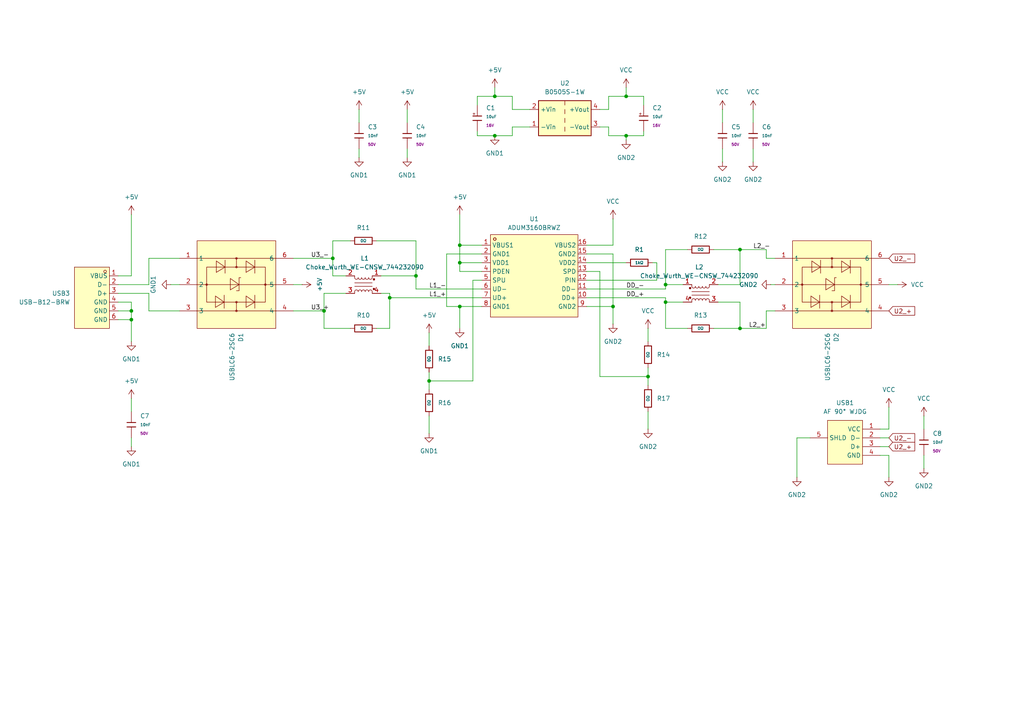
<source format=kicad_sch>
(kicad_sch (version 20250114) (generator "eeschema") (generator_version "9.0")
  (paper "A4")
  (lib_symbols
    (symbol "Converter_DCDC:TEA1-0505"
      (property "Reference" "U" (at -7.62 6.35 0))
      (property "Value" "TEA1-0505" (at -2.54 6.35 0))
      (symbol "TEA1-0505_0_0"
        (pin power_in line (at -10.16 2.54 0) (length 2.54) (name "+Vin") (number "2"))
        (pin power_in line (at -10.16 -2.54 0) (length 2.54) (name "-Vin") (number "1"))
        (pin power_out line (at 10.16 2.54 180) (length 2.54) (name "+Vout") (number "4"))
        (pin power_out line (at 10.16 -2.54 180) (length 2.54) (name "-Vout") (number "3"))
      )
    )
    (symbol "EasyEDA:ADUM3160BRWZ"
      (property "Reference" "U" (at 0 13.97 0))
      (property "Value" "ADUM3160BRWZ" (at 0 -13.97 0))
      (symbol "ADUM3160BRWZ_0_1"
        (pin unspecified line (at -15.24 8.89 0) (length 2.54) (name "VBUS1") (number "1"))
        (pin unspecified line (at -15.24 6.35 0) (length 2.54) (name "GND1") (number "2"))
        (pin unspecified line (at -15.24 3.81 0) (length 2.54) (name "VDD1") (number "3"))
        (pin unspecified line (at -15.24 1.27 0) (length 2.54) (name "PDEN") (number "4"))
        (pin unspecified line (at -15.24 -1.27 0) (length 2.54) (name "SPU") (number "5"))
        (pin unspecified line (at -15.24 -3.81 0) (length 2.54) (name "UD-") (number "6"))
        (pin unspecified line (at -15.24 -6.35 0) (length 2.54) (name "UD+") (number "7"))
        (pin unspecified line (at -15.24 -8.89 0) (length 2.54) (name "GND1") (number "8"))
        (pin unspecified line (at 15.24 8.89 180) (length 2.54) (name "VBUS2") (number "16"))
        (pin unspecified line (at 15.24 6.35 180) (length 2.54) (name "GND2") (number "15"))
        (pin unspecified line (at 15.24 3.81 180) (length 2.54) (name "VDD2") (number "14"))
        (pin unspecified line (at 15.24 1.27 180) (length 2.54) (name "SPD") (number "13"))
        (pin unspecified line (at 15.24 -1.27 180) (length 2.54) (name "PIN") (number "12"))
        (pin unspecified line (at 15.24 -3.81 180) (length 2.54) (name "DD-") (number "11"))
        (pin unspecified line (at 15.24 -6.35 180) (length 2.54) (name "DD+") (number "10"))
        (pin unspecified line (at 15.24 -8.89 180) (length 2.54) (name "GND2") (number "9"))
      )
    )
    (symbol "EasyEDA:AF90°WJDG"
      (property "Reference" "USB" (at 0 7.62 0))
      (property "Value" "AF 90° WJDG" (at 0 -10.16 0))
      (symbol "AF90°WJDG_0_1"
        (pin unspecified line (at -10.16 0 0) (length 5.08) (name "SHLD") (number "5"))
        (pin input line (at 10.16 2.54 180) (length 5.08) (name "VCC") (number "1"))
        (pin input line (at 10.16 0 180) (length 5.08) (name "D-") (number "2"))
        (pin input line (at 10.16 -2.54 180) (length 5.08) (name "D+") (number "3"))
        (pin input line (at 10.16 -5.08 180) (length 5.08) (name "GND") (number "4"))
      )
    )
    (symbol "EasyEDA:USB-B12-BRW"
      (property "Reference" "USB" (at 0 11.43 0))
      (property "Value" "USB-B12-BRW" (at 0 -11.43 0))
      (symbol "USB-B12-BRW_0_1"
        (pin unspecified line (at -7.62 6.35 0) (length 2.54) (name "VBUS") (number "1"))
        (pin unspecified line (at -7.62 3.81 0) (length 2.54) (name "D-") (number "2"))
        (pin unspecified line (at -7.62 1.27 0) (length 2.54) (name "D+") (number "3"))
        (pin unspecified line (at -7.62 -1.27 0) (length 2.54) (name "GND") (number "4"))
        (pin unspecified line (at -7.62 -3.81 0) (length 2.54) (name "GND") (number "5"))
        (pin unspecified line (at -7.62 -6.35 0) (length 2.54) (name "GND") (number "6"))
      )
    )
    (symbol "EasyEDA:USBLC6-2SC6"
      (property "Reference" "D" (at 0 12.7 0))
      (property "Value" "USBLC6-2SC6" (at 0 -12.7 0))
      (symbol "USBLC6-2SC6_0_1"
        (pin input line (at -16.51 7.62 0) (length 5.08) (name "1") (number "1"))
        (pin input line (at -16.51 0 0) (length 5.08) (name "2") (number "2"))
        (pin input line (at -16.51 -7.62 0) (length 5.08) (name "3") (number "3"))
        (pin input line (at 16.51 7.62 180) (length 5.08) (name "6") (number "6"))
        (pin input line (at 16.51 0 180) (length 5.08) (name "5") (number "5"))
        (pin input line (at 16.51 -7.62 180) (length 5.08) (name "4") (number "4"))
      )
    )
    (symbol "Filter:Choke_Wurth_WE-CNSW_744232090"
      (property "Reference" "L" (at 0 5.08 0))
      (property "Value" "Choke_Wurth_WE-CNSW_744232090" (at 0 -5.08 0))
      (symbol "Choke_Wurth_WE-CNSW_744232090_1_1"
        (pin passive line (at -5.08 2.54 0) (length 2.54) (name "") (number "1"))
        (pin passive line (at -5.08 -2.54 0) (length 2.54) (name "") (number "4"))
        (pin passive line (at 5.08 2.54 180) (length 2.54) (name "") (number "2"))
        (pin passive line (at 5.08 -2.54 180) (length 2.54) (name "") (number "3"))
      )
    )
    (symbol "PCM_JLCPCB-Capacitors:0402,10nF" (pin_numbers (hide yes)) (pin_names (offset 0))
      (property "Reference" "C" (at 2.032 1.668 0))
      (property "Value" "10nF" (at 2.032 -0.3782 0))
      (property "Voltage Rated" "50V" (at 2.032 -2.0462 0))
      (symbol "0402,10nF_1_1"
        (pin passive line (at 0 3.81 270) (length 3.175) (name "~") (number "1"))
        (pin passive line (at 0 -3.81 90) (length 3.175) (name "~") (number "2"))
      )
    )
    (symbol "PCM_JLCPCB-Capacitors:CASE-A-3216-18(mm),10uF" (pin_numbers (hide yes)) (pin_names (offset 0))
      (property "Reference" "C" (at 2.032 1.668 0))
      (property "Value" "10uF" (at 2.032 -0.3782 0))
      (property "Rated Voltage" "16V" (at 2.032 -2.0462 0))
      (symbol "CASE-A-3216-18(mm),10uF_1_1"
        (pin passive line (at 0 3.81 270) (length 3.175) (name "~") (number "1"))
        (pin passive line (at 0 -3.81 90) (length 3.175) (name "~") (number "2"))
      )
    )
    (symbol "PCM_JLCPCB-Resistors:0402,0Ω" (pin_numbers (hide yes)) (pin_names (offset 0))
      (property "Reference" "R" (at 1.778 0 0))
      (property "Value" "0Ω" (at 0 0 90))
      (symbol "0402,0Ω_1_1"
        (pin passive line (at 0 3.81 270) (length 1.27) (name "~") (number "1"))
        (pin passive line (at 0 -3.81 90) (length 1.27) (name "~") (number "2"))
      )
    )
    (symbol "PCM_JLCPCB-Resistors:0402,1kΩ" (pin_numbers (hide yes)) (pin_names (offset 0))
      (property "Reference" "R" (at 1.778 0 0))
      (property "Value" "1kΩ" (at 0 0 90))
      (symbol "0402,1kΩ_1_1"
        (pin passive line (at 0 3.81 270) (length 1.27) (name "~") (number "1"))
        (pin passive line (at 0 -3.81 90) (length 1.27) (name "~") (number "2"))
      )
    )
    (symbol "power:+5V" (power) (pin_numbers (hide yes)) (pin_names (offset 0) (hide yes))
      (property "Value" "+5V" (at 0 3.556 0))
      (symbol "+5V_1_1"
        (pin power_in line (at 0 0 90) (length 0) (name "~") (number "1"))
      )
    )
    (symbol "power:GND1" (power) (pin_numbers (hide yes)) (pin_names (offset 0) (hide yes))
      (property "Value" "GND1" (at 0 -3.81 0))
      (symbol "GND1_1_1"
        (pin power_in line (at 0 0 270) (length 0) (name "~") (number "1"))
      )
    )
    (symbol "power:VCC" (power) (pin_numbers (hide yes)) (pin_names (offset 0) (hide yes))
      (property "Value" "VCC" (at 0 3.556 0))
      (symbol "VCC_1_1"
        (pin power_in line (at 0 0 90) (length 0) (name "~") (number "1"))
      )
    )
  )
  (junction (at 38.1 90.17))
  (junction (at 181.61 39.37))
  (junction (at 214.63 72.39))
  (junction (at 93.98 90.17))
  (junction (at 143.51 39.37))
  (junction (at 133.35 88.9))
  (junction (at 96.52 74.93))
  (junction (at 193.04 82.55))
  (junction (at 38.1 92.71))
  (junction (at 113.03 86.36))
  (junction (at 143.51 27.94))
  (junction (at 193.04 87.63))
  (junction (at 120.65 80.01))
  (junction (at 133.35 76.2))
  (junction (at 187.96 109.22))
  (junction (at 133.35 71.12))
  (junction (at 177.8 88.9))
  (junction (at 214.63 95.25))
  (junction (at 181.61 27.94))
  (junction (at 124.46 110.49))
  (wire (pts (xy 267.97 132.08) (xy 267.97 135.89)))
  (wire (pts (xy 96.52 80.01) (xy 100.33 80.01)))
  (wire (pts (xy 209.55 43.18) (xy 209.55 46.99)))
  (wire (pts (xy 143.51 25.4) (xy 143.51 27.94)))
  (wire (pts (xy 176.53 36.83) (xy 176.53 39.37)))
  (wire (pts (xy 173.99 31.75) (xy 176.53 31.75)))
  (wire (pts (xy 257.81 118.11) (xy 257.81 124.46)))
  (wire (pts (xy 138.43 39.37) (xy 143.51 39.37)))
  (wire (pts (xy 199.39 72.39) (xy 193.04 72.39)))
  (wire (pts (xy 187.96 119.38) (xy 187.96 124.46)))
  (wire (pts (xy 109.22 69.85) (xy 120.65 69.85)))
  (wire (pts (xy 193.04 83.82) (xy 170.18 83.82)))
  (wire (pts (xy 34.29 87.63) (xy 38.1 87.63)))
  (wire (pts (xy 257.81 132.08) (xy 255.27 132.08)))
  (wire (pts (xy 222.25 72.39) (xy 214.63 72.39)))
  (wire (pts (xy 104.14 31.75) (xy 104.14 35.56)))
  (wire (pts (xy 193.04 82.55) (xy 193.04 83.82)))
  (wire (pts (xy 214.63 95.25) (xy 207.01 95.25)))
  (wire (pts (xy 198.12 87.63) (xy 193.04 87.63)))
  (wire (pts (xy 181.61 25.4) (xy 181.61 27.94)))
  (wire (pts (xy 190.5 76.2) (xy 190.5 81.28)))
  (wire (pts (xy 173.99 36.83) (xy 176.53 36.83)))
  (wire (pts (xy 139.7 76.2) (xy 133.35 76.2)))
  (wire (pts (xy 120.65 69.85) (xy 120.65 80.01)))
  (wire (pts (xy 96.52 80.01) (xy 96.52 74.93)))
  (wire (pts (xy 177.8 71.12) (xy 170.18 71.12)))
  (wire (pts (xy 148.59 31.75) (xy 148.59 27.94)))
  (wire (pts (xy 124.46 120.65) (xy 124.46 125.73)))
  (wire (pts (xy 214.63 72.39) (xy 214.63 82.55)))
  (wire (pts (xy 138.43 27.94) (xy 138.43 30.48)))
  (wire (pts (xy 177.8 63.5) (xy 177.8 71.12)))
  (wire (pts (xy 257.81 138.43) (xy 257.81 132.08)))
  (wire (pts (xy 181.61 27.94) (xy 186.69 27.94)))
  (wire (pts (xy 43.18 85.09) (xy 43.18 90.17)))
  (wire (pts (xy 231.14 127) (xy 234.95 127)))
  (wire (pts (xy 176.53 31.75) (xy 176.53 27.94)))
  (wire (pts (xy 218.44 43.18) (xy 218.44 46.99)))
  (wire (pts (xy 208.28 87.63) (xy 214.63 87.63)))
  (wire (pts (xy 124.46 110.49) (xy 124.46 113.03)))
  (wire (pts (xy 187.96 95.25) (xy 187.96 99.06)))
  (wire (pts (xy 187.96 109.22) (xy 187.96 111.76)))
  (wire (pts (xy 34.29 90.17) (xy 38.1 90.17)))
  (wire (pts (xy 170.18 81.28) (xy 190.5 81.28)))
  (wire (pts (xy 222.25 74.93) (xy 224.79 74.93)))
  (wire (pts (xy 186.69 27.94) (xy 186.69 30.48)))
  (wire (pts (xy 110.49 80.01) (xy 120.65 80.01)))
  (wire (pts (xy 124.46 107.95) (xy 124.46 110.49)))
  (wire (pts (xy 96.52 69.85) (xy 96.52 74.93)))
  (wire (pts (xy 222.25 90.17) (xy 222.25 95.25)))
  (wire (pts (xy 96.52 69.85) (xy 101.6 69.85)))
  (wire (pts (xy 148.59 39.37) (xy 148.59 36.83)))
  (wire (pts (xy 170.18 73.66) (xy 177.8 73.66)))
  (wire (pts (xy 137.16 110.49) (xy 124.46 110.49)))
  (wire (pts (xy 38.1 127) (xy 38.1 129.54)))
  (wire (pts (xy 176.53 27.94) (xy 181.61 27.94)))
  (wire (pts (xy 222.25 74.93) (xy 222.25 72.39)))
  (wire (pts (xy 124.46 96.52) (xy 124.46 100.33)))
  (wire (pts (xy 43.18 74.93) (xy 43.18 82.55)))
  (wire (pts (xy 193.04 87.63) (xy 193.04 95.25)))
  (wire (pts (xy 193.04 82.55) (xy 198.12 82.55)))
  (wire (pts (xy 38.1 87.63) (xy 38.1 90.17)))
  (wire (pts (xy 38.1 99.06) (xy 38.1 92.71)))
  (wire (pts (xy 222.25 95.25) (xy 214.63 95.25)))
  (wire (pts (xy 139.7 73.66) (xy 129.54 73.66)))
  (wire (pts (xy 255.27 127) (xy 257.81 127)))
  (wire (pts (xy 38.1 62.23) (xy 38.1 80.01)))
  (wire (pts (xy 96.52 74.93) (xy 85.09 74.93)))
  (wire (pts (xy 52.07 82.55) (xy 49.53 82.55)))
  (wire (pts (xy 133.35 88.9) (xy 139.7 88.9)))
  (wire (pts (xy 223.52 82.55) (xy 224.79 82.55)))
  (wire (pts (xy 133.35 76.2) (xy 133.35 71.12)))
  (wire (pts (xy 187.96 106.68) (xy 187.96 109.22)))
  (wire (pts (xy 120.65 80.01) (xy 120.65 83.82)))
  (wire (pts (xy 113.03 86.36) (xy 139.7 86.36)))
  (wire (pts (xy 113.03 85.09) (xy 113.03 86.36)))
  (wire (pts (xy 148.59 27.94) (xy 143.51 27.94)))
  (wire (pts (xy 118.11 43.18) (xy 118.11 45.72)))
  (wire (pts (xy 209.55 31.75) (xy 209.55 35.56)))
  (wire (pts (xy 93.98 85.09) (xy 93.98 90.17)))
  (wire (pts (xy 129.54 73.66) (xy 129.54 88.9)))
  (wire (pts (xy 133.35 76.2) (xy 133.35 78.74)))
  (wire (pts (xy 120.65 83.82) (xy 139.7 83.82)))
  (wire (pts (xy 255.27 129.54) (xy 257.81 129.54)))
  (wire (pts (xy 52.07 74.93) (xy 43.18 74.93)))
  (wire (pts (xy 173.99 78.74) (xy 173.99 109.22)))
  (wire (pts (xy 189.23 76.2) (xy 190.5 76.2)))
  (wire (pts (xy 177.8 88.9) (xy 170.18 88.9)))
  (wire (pts (xy 218.44 31.75) (xy 218.44 35.56)))
  (wire (pts (xy 118.11 31.75) (xy 118.11 35.56)))
  (wire (pts (xy 186.69 39.37) (xy 186.69 38.1)))
  (wire (pts (xy 257.81 124.46) (xy 255.27 124.46)))
  (wire (pts (xy 267.97 120.65) (xy 267.97 124.46)))
  (wire (pts (xy 34.29 85.09) (xy 43.18 85.09)))
  (wire (pts (xy 148.59 36.83) (xy 153.67 36.83)))
  (wire (pts (xy 43.18 82.55) (xy 34.29 82.55)))
  (wire (pts (xy 109.22 95.25) (xy 113.03 95.25)))
  (wire (pts (xy 113.03 95.25) (xy 113.03 86.36)))
  (wire (pts (xy 104.14 43.18) (xy 104.14 45.72)))
  (wire (pts (xy 170.18 86.36) (xy 193.04 86.36)))
  (wire (pts (xy 133.35 95.25) (xy 133.35 88.9)))
  (wire (pts (xy 139.7 81.28) (xy 137.16 81.28)))
  (wire (pts (xy 177.8 73.66) (xy 177.8 88.9)))
  (wire (pts (xy 176.53 39.37) (xy 181.61 39.37)))
  (wire (pts (xy 129.54 88.9) (xy 133.35 88.9)))
  (wire (pts (xy 224.79 90.17) (xy 222.25 90.17)))
  (wire (pts (xy 93.98 90.17) (xy 85.09 90.17)))
  (wire (pts (xy 101.6 95.25) (xy 93.98 95.25)))
  (wire (pts (xy 93.98 95.25) (xy 93.98 90.17)))
  (wire (pts (xy 214.63 87.63) (xy 214.63 95.25)))
  (wire (pts (xy 133.35 62.23) (xy 133.35 71.12)))
  (wire (pts (xy 143.51 39.37) (xy 148.59 39.37)))
  (wire (pts (xy 110.49 85.09) (xy 113.03 85.09)))
  (wire (pts (xy 177.8 93.98) (xy 177.8 88.9)))
  (wire (pts (xy 38.1 115.57) (xy 38.1 119.38)))
  (wire (pts (xy 34.29 80.01) (xy 38.1 80.01)))
  (wire (pts (xy 193.04 72.39) (xy 193.04 82.55)))
  (wire (pts (xy 173.99 109.22) (xy 187.96 109.22)))
  (wire (pts (xy 153.67 31.75) (xy 148.59 31.75)))
  (wire (pts (xy 170.18 76.2) (xy 181.61 76.2)))
  (wire (pts (xy 133.35 71.12) (xy 139.7 71.12)))
  (wire (pts (xy 138.43 38.1) (xy 138.43 39.37)))
  (wire (pts (xy 231.14 138.43) (xy 231.14 127)))
  (wire (pts (xy 137.16 81.28) (xy 137.16 110.49)))
  (wire (pts (xy 43.18 90.17) (xy 52.07 90.17)))
  (wire (pts (xy 181.61 40.64) (xy 181.61 39.37)))
  (wire (pts (xy 214.63 82.55) (xy 208.28 82.55)))
  (wire (pts (xy 93.98 85.09) (xy 100.33 85.09)))
  (wire (pts (xy 143.51 27.94) (xy 138.43 27.94)))
  (wire (pts (xy 87.63 82.55) (xy 85.09 82.55)))
  (wire (pts (xy 139.7 78.74) (xy 133.35 78.74)))
  (wire (pts (xy 38.1 92.71) (xy 34.29 92.71)))
  (wire (pts (xy 199.39 95.25) (xy 193.04 95.25)))
  (wire (pts (xy 170.18 78.74) (xy 173.99 78.74)))
  (wire (pts (xy 38.1 90.17) (xy 38.1 92.71)))
  (wire (pts (xy 193.04 87.63) (xy 193.04 86.36)))
  (wire (pts (xy 181.61 39.37) (xy 186.69 39.37)))
  (wire (pts (xy 257.81 82.55) (xy 260.35 82.55)))
  (wire (pts (xy 207.01 72.39) (xy 214.63 72.39)))
  (label "L2_+" (at 217.17 95.25 0))
  (label "U3_-" (at 90.17 74.93 0))
  (label "L1_-" (at 124.46 83.82 0))
  (label "L1_+" (at 124.46 86.36 0))
  (label "DD_+" (at 181.61 86.36 0))
  (label "U3_+" (at 90.17 90.17 0))
  (label "DD_-" (at 181.61 83.82 0))
  (label "L2_-" (at 218.44 72.39 0))
  (global_label "U2_+" (shape input) (at 257.81 90.17 0) (property "Intersheetrefs" "${INTERSHEET_REFS}" (effects (hide yes))))
  (global_label "U2_-" (shape input) (at 257.81 127 0) (property "Intersheetrefs" "${INTERSHEET_REFS}" (effects (hide yes))))
  (global_label "U2_+" (shape input) (at 257.81 129.54 0) (property "Intersheetrefs" "${INTERSHEET_REFS}" (effects (hide yes))))
  (global_label "U2_-" (shape input) (at 257.81 74.93 0) (property "Intersheetrefs" "${INTERSHEET_REFS}" (effects (hide yes))))
  (symbol (lib_id "power:GND1") (at 133.35 95.25 0) (unit 1)
    (property "Reference" "#PWR014" (effects (hide yes)))
    (property "Value" "GND1" (at 133.35 100.33 0))
    (property "Description" "Power symbol creates a global label with name \"GND1\" , ground" (effects (hide yes)))
  )
  (symbol (lib_id "power:VCC") (at 187.96 95.25 0) (unit 1)
    (property "Reference" "#PWR025" (effects (hide yes)))
    (property "Value" "VCC" (at 187.96 90.17 0))
    (property "Description" "Power symbol creates a global label with name \"VCC\"" (effects (hide yes)))
  )
  (symbol (lib_id "power:VCC") (at 218.44 31.75 0) (unit 1)
    (property "Reference" "#PWR011" (effects (hide yes)))
    (property "Value" "VCC" (at 218.44 26.67 0))
    (property "Description" "Power symbol creates a global label with name \"VCC\"" (effects (hide yes)))
  )
  (symbol (lib_id "power:GND1") (at 187.96 124.46 0) (unit 1)
    (property "Reference" "#PWR026" (effects (hide yes)))
    (property "Value" "GND2" (at 187.96 129.54 0))
    (property "Description" "Power symbol creates a global label with name \"GND1\" , ground" (effects (hide yes)))
  )
  (symbol (lib_id "power:GND1") (at 49.53 82.55 270) (unit 1)
    (property "Reference" "#PWR019" (effects (hide yes)))
    (property "Value" "GND1" (at 44.45 82.55 0))
    (property "Description" "Power symbol creates a global label with name \"GND1\" , ground" (effects (hide yes)))
  )
  (symbol (lib_id "PCM_JLCPCB-Capacitors:0402,10nF") (at 38.1 123.19 0) (unit 1)
    (property "Reference" "C7" (at 40.64 120.6499 0) (effects (justify left)))
    (property "Value" "10nF" (at 40.64 123.19 0) (effects (font (size 0.8 0.8)) (justify left)))
    (property "Footprint" "PCM_JLCPCB:C_0402" (effects (hide yes)))
    (property "Datasheet" "https://www.lcsc.com/datasheet/lcsc_datasheet_2304140030_Samsung-Electro-Mechanics-CL05B103KB5NNNC_C15195.pdf" (effects (hide yes)))
    (property "Description" "50V 10nF X7R ±10% 0402 Multilayer Ceramic Capacitors MLCC - SMD/SMT ROHS" (effects (hide yes)))
    (property "LCSC" "C15195" (effects (hide yes)))
    (property "Stock" "2547793" (effects (hide yes)))
    (property "Price" "0.005USD" (effects (hide yes)))
    (property "Process" "SMT" (effects (hide yes)))
    (property "Minimum Qty" "20" (effects (hide yes)))
    (property "Attrition Qty" "10" (effects (hide yes)))
    (property "Class" "Basic Component" (effects (hide yes)))
    (property "Category" "Capacitors,Multilayer Ceramic Capacitors MLCC - SMD/SMT" (effects (hide yes)))
    (property "Manufacturer" "Samsung Electro-Mechanics" (effects (hide yes)))
    (property "Part" "CL05B103KB5NNNC" (effects (hide yes)))
    (property "Voltage Rated" "50V" (at 40.64 125.73 0) (effects (font (size 0.8 0.8)) (justify left)))
    (property "Tolerance" "±10%" (effects (hide yes)))
    (property "Capacitance" "10nF" (effects (hide yes)))
    (property "Temperature Coefficient" "X7R" (effects (hide yes)))
  )
  (symbol (lib_id "power:+5V") (at 118.11 31.75 0) (unit 1)
    (property "Reference" "#PWR07" (effects (hide yes)))
    (property "Value" "+5V" (at 118.11 26.67 0))
    (property "Description" "Power symbol creates a global label with name \"+5V\"" (effects (hide yes)))
  )
  (symbol (lib_id "power:GND1") (at 218.44 46.99 0) (unit 1)
    (property "Reference" "#PWR012" (effects (hide yes)))
    (property "Value" "GND2" (at 218.44 52.07 0))
    (property "Description" "Power symbol creates a global label with name \"GND1\" , ground" (effects (hide yes)))
  )
  (symbol (lib_id "EasyEDA:AF90°WJDG") (at 245.11 127 0) (unit 1)
    (property "Reference" "USB1" (at 245.11 116.84 0))
    (property "Value" "AF 90° WJDG" (at 245.11 119.38 0))
    (property "Footprint" "EasyEDA:USB-A-TH_AF-WJDG" (effects (hide yes)))
    (property "Datasheet" "https://lcsc.com/product-detail/USB-Connectors_SHOU-HAN-AF-900-WJDG_C456018.html" (effects (hide yes)))
    (property "LCSC Part" "C456018" (effects (hide yes)))
  )
  (symbol (lib_id "power:GND1") (at 223.52 82.55 270) (unit 1)
    (property "Reference" "#PWR027" (effects (hide yes)))
    (property "Value" "GND2" (at 219.71 82.5499 90) (effects (justify right)))
    (property "Description" "Power symbol creates a global label with name \"GND1\" , ground" (effects (hide yes)))
  )
  (symbol (lib_id "PCM_JLCPCB-Capacitors:CASE-A-3216-18(mm),10uF") (at 138.43 34.29 0) (unit 1)
    (property "Reference" "C1" (at 140.97 31.3054 0) (effects (justify left)))
    (property "Value" "10uF" (at 140.97 33.8455 0) (effects (font (size 0.8 0.8)) (justify left)))
    (property "Footprint" "PCM_JLCPCB:C_CASE-A-3216-18(mm)" (effects (hide yes)))
    (property "Datasheet" "https://www.lcsc.com/datasheet/lcsc_datasheet_2304140030_Kyocera-AVX-TAJA106K016RNJ_C7171.pdf" (effects (hide yes)))
    (property "Description" "10uF 16V 3Ω@100kHz ±10% CASE-A-3216-18(mm) Tantalum Capacitors ROHS" (effects (hide yes)))
    (property "LCSC" "C7171" (effects (hide yes)))
    (property "Stock" "619263" (effects (hide yes)))
    (property "Price" "0.102USD" (effects (hide yes)))
    (property "Process" "SMT" (effects (hide yes)))
    (property "Minimum Qty" "5" (effects (hide yes)))
    (property "Attrition Qty" "2" (effects (hide yes)))
    (property "Class" "Basic Component" (effects (hide yes)))
    (property "Category" "Capacitors,Tantalum Capacitors" (effects (hide yes)))
    (property "Manufacturer" "AVX" (effects (hide yes)))
    (property "Part" "TAJA106K016RNJ" (effects (hide yes)))
    (property "Operating Temperature" "-55°C~+125°C" (effects (hide yes)))
    (property "Equivalent Series Resistance(ESR)" "3Ω@100kHz" (effects (hide yes)))
    (property "Tolerance" "±10%" (effects (hide yes)))
    (property "Capacitance" "10uF" (effects (hide yes)))
    (property "Rated Voltage" "16V" (at 140.97 36.3855 0) (effects (font (size 0.8 0.8)) (justify left)))
  )
  (symbol (lib_id "PCM_JLCPCB-Capacitors:0402,10nF") (at 118.11 39.37 0) (unit 1)
    (property "Reference" "C4" (at 120.65 36.8299 0) (effects (justify left)))
    (property "Value" "10nF" (at 120.65 39.37 0) (effects (font (size 0.8 0.8)) (justify left)))
    (property "Footprint" "PCM_JLCPCB:C_0402" (effects (hide yes)))
    (property "Datasheet" "https://www.lcsc.com/datasheet/lcsc_datasheet_2304140030_Samsung-Electro-Mechanics-CL05B103KB5NNNC_C15195.pdf" (effects (hide yes)))
    (property "Description" "50V 10nF X7R ±10% 0402 Multilayer Ceramic Capacitors MLCC - SMD/SMT ROHS" (effects (hide yes)))
    (property "LCSC" "C15195" (effects (hide yes)))
    (property "Stock" "2547793" (effects (hide yes)))
    (property "Price" "0.005USD" (effects (hide yes)))
    (property "Process" "SMT" (effects (hide yes)))
    (property "Minimum Qty" "20" (effects (hide yes)))
    (property "Attrition Qty" "10" (effects (hide yes)))
    (property "Class" "Basic Component" (effects (hide yes)))
    (property "Category" "Capacitors,Multilayer Ceramic Capacitors MLCC - SMD/SMT" (effects (hide yes)))
    (property "Manufacturer" "Samsung Electro-Mechanics" (effects (hide yes)))
    (property "Part" "CL05B103KB5NNNC" (effects (hide yes)))
    (property "Voltage Rated" "50V" (at 120.65 41.91 0) (effects (font (size 0.8 0.8)) (justify left)))
    (property "Tolerance" "±10%" (effects (hide yes)))
    (property "Capacitance" "10nF" (effects (hide yes)))
    (property "Temperature Coefficient" "X7R" (effects (hide yes)))
  )
  (symbol (lib_id "power:GND1") (at 177.8 93.98 0) (unit 1)
    (property "Reference" "#PWR016" (effects (hide yes)))
    (property "Value" "GND2" (at 177.8 99.06 0))
    (property "Description" "Power symbol creates a global label with name \"GND1\" , ground" (effects (hide yes)))
  )
  (symbol (lib_id "power:GND1") (at 38.1 129.54 0) (unit 1)
    (property "Reference" "#PWR022" (effects (hide yes)))
    (property "Value" "GND1" (at 38.1 134.62 0))
    (property "Description" "Power symbol creates a global label with name \"GND1\" , ground" (effects (hide yes)))
  )
  (symbol (lib_id "power:GND1") (at 181.61 40.64 0) (unit 1)
    (property "Reference" "#PWR02" (effects (hide yes)))
    (property "Value" "GND2" (at 181.61 45.72 0))
    (property "Description" "Power symbol creates a global label with name \"GND1\" , ground" (effects (hide yes)))
  )
  (symbol (lib_id "power:+5V") (at 38.1 62.23 0) (unit 1)
    (property "Reference" "#PWR017" (effects (hide yes)))
    (property "Value" "+5V" (at 38.1 57.15 0))
    (property "Description" "Power symbol creates a global label with name \"+5V\"" (effects (hide yes)))
  )
  (symbol (lib_id "power:GND1") (at 143.51 39.37 0) (unit 1)
    (property "Reference" "#PWR01" (effects (hide yes)))
    (property "Value" "GND1" (at 143.51 44.45 0))
    (property "Description" "Power symbol creates a global label with name \"GND1\" , ground" (effects (hide yes)))
  )
  (symbol (lib_id "power:VCC") (at 177.8 63.5 0) (unit 1)
    (property "Reference" "#PWR015" (effects (hide yes)))
    (property "Value" "VCC" (at 177.8 58.42 0))
    (property "Description" "Power symbol creates a global label with name \"VCC\"" (effects (hide yes)))
  )
  (symbol (lib_id "PCM_JLCPCB-Resistors:0402,0Ω") (at 124.46 116.84 0) (unit 1)
    (property "Reference" "R16" (at 127 116.8399 0) (effects (justify left)))
    (property "Value" "0Ω" (at 124.46 116.84 90) (effects (font (size 0.8 0.8))))
    (property "Footprint" "PCM_JLCPCB:R_0402" (effects (hide yes)))
    (property "Datasheet" "https://www.lcsc.com/datasheet/lcsc_datasheet_2206010216_UNI-ROYAL-Uniroyal-Elec-0402WGF0000TCE_C17168.pdf" (effects (hide yes)))
    (property "Description" "62.5mW Thick Film Resistors 50V ±800ppm/°C ±1% 0Ω 0402 Chip Resistor - Surface Mount ROHS" (effects (hide yes)))
    (property "LCSC" "C17168" (effects (hide yes)))
    (property "Stock" "6888238" (effects (hide yes)))
    (property "Price" "0.004USD" (effects (hide yes)))
    (property "Process" "SMT" (effects (hide yes)))
    (property "Minimum Qty" "20" (effects (hide yes)))
    (property "Attrition Qty" "10" (effects (hide yes)))
    (property "Class" "Basic Component" (effects (hide yes)))
    (property "Category" "Resistors,Chip Resistor - Surface Mount" (effects (hide yes)))
    (property "Manufacturer" "UNI-ROYAL(Uniroyal Elec)" (effects (hide yes)))
    (property "Part" "0402WGF0000TCE" (effects (hide yes)))
    (property "Resistance" "0Ω" (effects (hide yes)))
    (property "Power(Watts)" "62.5mW" (effects (hide yes)))
    (property "Type" "Thick Film Resistors" (effects (hide yes)))
    (property "Overload Voltage (Max)" "50V" (effects (hide yes)))
    (property "Operating Temperature Range" "-55°C~+155°C" (effects (hide yes)))
    (property "Tolerance" "±1%" (effects (hide yes)))
    (property "Temperature Coefficient" "±800ppm/°C" (effects (hide yes)))
  )
  (symbol (lib_id "power:VCC") (at 257.81 118.11 0) (unit 1)
    (property "Reference" "#PWR029" (effects (hide yes)))
    (property "Value" "VCC" (at 257.81 113.03 0))
    (property "Description" "Power symbol creates a global label with name \"VCC\"" (effects (hide yes)))
  )
  (symbol (lib_id "EasyEDA:USBLC6-2SC6") (at 241.3 82.55 0) (unit 1)
    (property "Reference" "D2" (at 242.5701 96.52 90) (effects (justify right)))
    (property "Value" "USBLC6-2SC6" (at 240.0301 96.52 90) (effects (justify right)))
    (property "Footprint" "EasyEDA:SOT-23-6_L2.9-W1.6-P0.95-LS2.8-BL" (effects (hide yes)))
    (property "Datasheet" "https://lcsc.com/product-detail/Diodes-ESD_STMicroelectronics_USBLC6-2SC6_USBLC6-2SC6_C7519.html" (effects (hide yes)))
    (property "LCSC Part" "C7519" (effects (hide yes)))
  )
  (symbol (lib_id "EasyEDA:USBLC6-2SC6") (at 68.58 82.55 0) (unit 1)
    (property "Reference" "D1" (at 69.8501 96.52 90) (effects (justify right)))
    (property "Value" "USBLC6-2SC6" (at 67.3101 96.52 90) (effects (justify right)))
    (property "Footprint" "EasyEDA:SOT-23-6_L2.9-W1.6-P0.95-LS2.8-BL" (effects (hide yes)))
    (property "Datasheet" "https://lcsc.com/product-detail/Diodes-ESD_STMicroelectronics_USBLC6-2SC6_USBLC6-2SC6_C7519.html" (effects (hide yes)))
    (property "LCSC Part" "C7519" (effects (hide yes)))
  )
  (symbol (lib_id "power:+5V") (at 38.1 115.57 0) (unit 1)
    (property "Reference" "#PWR021" (effects (hide yes)))
    (property "Value" "+5V" (at 38.1 110.49 0))
    (property "Description" "Power symbol creates a global label with name \"+5V\"" (effects (hide yes)))
  )
  (symbol (lib_id "PCM_JLCPCB-Resistors:0402,0Ω") (at 124.46 104.14 0) (unit 1)
    (property "Reference" "R15" (at 127 104.1399 0) (effects (justify left)))
    (property "Value" "0Ω" (at 124.46 104.14 90) (effects (font (size 0.8 0.8))))
    (property "Footprint" "PCM_JLCPCB:R_0402" (effects (hide yes)))
    (property "Datasheet" "https://www.lcsc.com/datasheet/lcsc_datasheet_2206010216_UNI-ROYAL-Uniroyal-Elec-0402WGF0000TCE_C17168.pdf" (effects (hide yes)))
    (property "Description" "62.5mW Thick Film Resistors 50V ±800ppm/°C ±1% 0Ω 0402 Chip Resistor - Surface Mount ROHS" (effects (hide yes)))
    (property "LCSC" "C17168" (effects (hide yes)))
    (property "Stock" "6888238" (effects (hide yes)))
    (property "Price" "0.004USD" (effects (hide yes)))
    (property "Process" "SMT" (effects (hide yes)))
    (property "Minimum Qty" "20" (effects (hide yes)))
    (property "Attrition Qty" "10" (effects (hide yes)))
    (property "Class" "Basic Component" (effects (hide yes)))
    (property "Category" "Resistors,Chip Resistor - Surface Mount" (effects (hide yes)))
    (property "Manufacturer" "UNI-ROYAL(Uniroyal Elec)" (effects (hide yes)))
    (property "Part" "0402WGF0000TCE" (effects (hide yes)))
    (property "Resistance" "0Ω" (effects (hide yes)))
    (property "Power(Watts)" "62.5mW" (effects (hide yes)))
    (property "Type" "Thick Film Resistors" (effects (hide yes)))
    (property "Overload Voltage (Max)" "50V" (effects (hide yes)))
    (property "Operating Temperature Range" "-55°C~+155°C" (effects (hide yes)))
    (property "Tolerance" "±1%" (effects (hide yes)))
    (property "Temperature Coefficient" "±800ppm/°C" (effects (hide yes)))
  )
  (symbol (lib_id "power:GND1") (at 267.97 135.89 0) (unit 1)
    (property "Reference" "#PWR033" (effects (hide yes)))
    (property "Value" "GND2" (at 267.97 140.97 0))
    (property "Description" "Power symbol creates a global label with name \"GND1\" , ground" (effects (hide yes)))
  )
  (symbol (lib_id "power:+5V") (at 143.51 25.4 0) (unit 1)
    (property "Reference" "#PWR03" (effects (hide yes)))
    (property "Value" "+5V" (at 143.51 20.32 0))
    (property "Description" "Power symbol creates a global label with name \"+5V\"" (effects (hide yes)))
  )
  (symbol (lib_id "PCM_JLCPCB-Capacitors:CASE-A-3216-18(mm),10uF") (at 186.69 34.29 0) (unit 1)
    (property "Reference" "C2" (at 189.23 31.3054 0) (effects (justify left)))
    (property "Value" "10uF" (at 189.23 33.8455 0) (effects (font (size 0.8 0.8)) (justify left)))
    (property "Footprint" "PCM_JLCPCB:C_CASE-A-3216-18(mm)" (effects (hide yes)))
    (property "Datasheet" "https://www.lcsc.com/datasheet/lcsc_datasheet_2304140030_Kyocera-AVX-TAJA106K016RNJ_C7171.pdf" (effects (hide yes)))
    (property "Description" "10uF 16V 3Ω@100kHz ±10% CASE-A-3216-18(mm) Tantalum Capacitors ROHS" (effects (hide yes)))
    (property "LCSC" "C7171" (effects (hide yes)))
    (property "Stock" "619263" (effects (hide yes)))
    (property "Price" "0.102USD" (effects (hide yes)))
    (property "Process" "SMT" (effects (hide yes)))
    (property "Minimum Qty" "5" (effects (hide yes)))
    (property "Attrition Qty" "2" (effects (hide yes)))
    (property "Class" "Basic Component" (effects (hide yes)))
    (property "Category" "Capacitors,Tantalum Capacitors" (effects (hide yes)))
    (property "Manufacturer" "AVX" (effects (hide yes)))
    (property "Part" "TAJA106K016RNJ" (effects (hide yes)))
    (property "Operating Temperature" "-55°C~+125°C" (effects (hide yes)))
    (property "Equivalent Series Resistance(ESR)" "3Ω@100kHz" (effects (hide yes)))
    (property "Tolerance" "±10%" (effects (hide yes)))
    (property "Capacitance" "10uF" (effects (hide yes)))
    (property "Rated Voltage" "16V" (at 189.23 36.3855 0) (effects (font (size 0.8 0.8)) (justify left)))
  )
  (symbol (lib_id "PCM_JLCPCB-Resistors:0402,0Ω") (at 203.2 72.39 90) (unit 1)
    (property "Reference" "R12" (at 203.2 68.58 90))
    (property "Value" "0Ω" (at 203.2 72.39 90) (effects (font (size 0.8 0.8))))
    (property "Footprint" "PCM_JLCPCB:R_0402" (effects (hide yes)))
    (property "Datasheet" "https://www.lcsc.com/datasheet/lcsc_datasheet_2206010216_UNI-ROYAL-Uniroyal-Elec-0402WGF0000TCE_C17168.pdf" (effects (hide yes)))
    (property "Description" "62.5mW Thick Film Resistors 50V ±800ppm/°C ±1% 0Ω 0402 Chip Resistor - Surface Mount ROHS" (effects (hide yes)))
    (property "LCSC" "C17168" (effects (hide yes)))
    (property "Stock" "6888238" (effects (hide yes)))
    (property "Price" "0.004USD" (effects (hide yes)))
    (property "Process" "SMT" (effects (hide yes)))
    (property "Minimum Qty" "20" (effects (hide yes)))
    (property "Attrition Qty" "10" (effects (hide yes)))
    (property "Class" "Basic Component" (effects (hide yes)))
    (property "Category" "Resistors,Chip Resistor - Surface Mount" (effects (hide yes)))
    (property "Manufacturer" "UNI-ROYAL(Uniroyal Elec)" (effects (hide yes)))
    (property "Part" "0402WGF0000TCE" (effects (hide yes)))
    (property "Resistance" "0Ω" (effects (hide yes)))
    (property "Power(Watts)" "62.5mW" (effects (hide yes)))
    (property "Type" "Thick Film Resistors" (effects (hide yes)))
    (property "Overload Voltage (Max)" "50V" (effects (hide yes)))
    (property "Operating Temperature Range" "-55°C~+155°C" (effects (hide yes)))
    (property "Tolerance" "±1%" (effects (hide yes)))
    (property "Temperature Coefficient" "±800ppm/°C" (effects (hide yes)))
  )
  (symbol (lib_id "PCM_JLCPCB-Capacitors:0402,10nF") (at 104.14 39.37 0) (unit 1)
    (property "Reference" "C3" (at 106.68 36.8299 0) (effects (justify left)))
    (property "Value" "10nF" (at 106.68 39.37 0) (effects (font (size 0.8 0.8)) (justify left)))
    (property "Footprint" "PCM_JLCPCB:C_0402" (effects (hide yes)))
    (property "Datasheet" "https://www.lcsc.com/datasheet/lcsc_datasheet_2304140030_Samsung-Electro-Mechanics-CL05B103KB5NNNC_C15195.pdf" (effects (hide yes)))
    (property "Description" "50V 10nF X7R ±10% 0402 Multilayer Ceramic Capacitors MLCC - SMD/SMT ROHS" (effects (hide yes)))
    (property "LCSC" "C15195" (effects (hide yes)))
    (property "Stock" "2547793" (effects (hide yes)))
    (property "Price" "0.005USD" (effects (hide yes)))
    (property "Process" "SMT" (effects (hide yes)))
    (property "Minimum Qty" "20" (effects (hide yes)))
    (property "Attrition Qty" "10" (effects (hide yes)))
    (property "Class" "Basic Component" (effects (hide yes)))
    (property "Category" "Capacitors,Multilayer Ceramic Capacitors MLCC - SMD/SMT" (effects (hide yes)))
    (property "Manufacturer" "Samsung Electro-Mechanics" (effects (hide yes)))
    (property "Part" "CL05B103KB5NNNC" (effects (hide yes)))
    (property "Voltage Rated" "50V" (at 106.68 41.91 0) (effects (font (size 0.8 0.8)) (justify left)))
    (property "Tolerance" "±10%" (effects (hide yes)))
    (property "Capacitance" "10nF" (effects (hide yes)))
    (property "Temperature Coefficient" "X7R" (effects (hide yes)))
  )
  (symbol (lib_id "power:GND1") (at 118.11 45.72 0) (unit 1)
    (property "Reference" "#PWR08" (effects (hide yes)))
    (property "Value" "GND1" (at 118.11 50.8 0))
    (property "Description" "Power symbol creates a global label with name \"GND1\" , ground" (effects (hide yes)))
  )
  (symbol (lib_id "power:GND1") (at 124.46 125.73 0) (unit 1)
    (property "Reference" "#PWR024" (effects (hide yes)))
    (property "Value" "GND1" (at 124.46 130.81 0))
    (property "Description" "Power symbol creates a global label with name \"GND1\" , ground" (effects (hide yes)))
  )
  (symbol (lib_id "power:GND1") (at 231.14 138.43 0) (unit 1)
    (property "Reference" "#PWR031" (effects (hide yes)))
    (property "Value" "GND2" (at 231.14 143.51 0))
    (property "Description" "Power symbol creates a global label with name \"GND1\" , ground" (effects (hide yes)))
  )
  (symbol (lib_id "PCM_JLCPCB-Resistors:0402,0Ω") (at 105.41 95.25 90) (unit 1)
    (property "Reference" "R10" (at 105.41 91.44 90))
    (property "Value" "0Ω" (at 105.41 95.25 90) (effects (font (size 0.8 0.8))))
    (property "Footprint" "PCM_JLCPCB:R_0402" (effects (hide yes)))
    (property "Datasheet" "https://www.lcsc.com/datasheet/lcsc_datasheet_2206010216_UNI-ROYAL-Uniroyal-Elec-0402WGF0000TCE_C17168.pdf" (effects (hide yes)))
    (property "Description" "62.5mW Thick Film Resistors 50V ±800ppm/°C ±1% 0Ω 0402 Chip Resistor - Surface Mount ROHS" (effects (hide yes)))
    (property "LCSC" "C17168" (effects (hide yes)))
    (property "Stock" "6888238" (effects (hide yes)))
    (property "Price" "0.004USD" (effects (hide yes)))
    (property "Process" "SMT" (effects (hide yes)))
    (property "Minimum Qty" "20" (effects (hide yes)))
    (property "Attrition Qty" "10" (effects (hide yes)))
    (property "Class" "Basic Component" (effects (hide yes)))
    (property "Category" "Resistors,Chip Resistor - Surface Mount" (effects (hide yes)))
    (property "Manufacturer" "UNI-ROYAL(Uniroyal Elec)" (effects (hide yes)))
    (property "Part" "0402WGF0000TCE" (effects (hide yes)))
    (property "Resistance" "0Ω" (effects (hide yes)))
    (property "Power(Watts)" "62.5mW" (effects (hide yes)))
    (property "Type" "Thick Film Resistors" (effects (hide yes)))
    (property "Overload Voltage (Max)" "50V" (effects (hide yes)))
    (property "Operating Temperature Range" "-55°C~+155°C" (effects (hide yes)))
    (property "Tolerance" "±1%" (effects (hide yes)))
    (property "Temperature Coefficient" "±800ppm/°C" (effects (hide yes)))
  )
  (symbol (lib_id "power:GND1") (at 257.81 138.43 0) (unit 1)
    (property "Reference" "#PWR030" (effects (hide yes)))
    (property "Value" "GND2" (at 257.81 143.51 0))
    (property "Description" "Power symbol creates a global label with name \"GND1\" , ground" (effects (hide yes)))
  )
  (symbol (lib_id "PCM_JLCPCB-Resistors:0402,0Ω") (at 187.96 115.57 0) (unit 1)
    (property "Reference" "R17" (at 190.5 115.5699 0) (effects (justify left)))
    (property "Value" "0Ω" (at 187.96 115.57 90) (effects (font (size 0.8 0.8))))
    (property "Footprint" "PCM_JLCPCB:R_0402" (effects (hide yes)))
    (property "Datasheet" "https://www.lcsc.com/datasheet/lcsc_datasheet_2206010216_UNI-ROYAL-Uniroyal-Elec-0402WGF0000TCE_C17168.pdf" (effects (hide yes)))
    (property "Description" "62.5mW Thick Film Resistors 50V ±800ppm/°C ±1% 0Ω 0402 Chip Resistor - Surface Mount ROHS" (effects (hide yes)))
    (property "LCSC" "C17168" (effects (hide yes)))
    (property "Stock" "6888238" (effects (hide yes)))
    (property "Price" "0.004USD" (effects (hide yes)))
    (property "Process" "SMT" (effects (hide yes)))
    (property "Minimum Qty" "20" (effects (hide yes)))
    (property "Attrition Qty" "10" (effects (hide yes)))
    (property "Class" "Basic Component" (effects (hide yes)))
    (property "Category" "Resistors,Chip Resistor - Surface Mount" (effects (hide yes)))
    (property "Manufacturer" "UNI-ROYAL(Uniroyal Elec)" (effects (hide yes)))
    (property "Part" "0402WGF0000TCE" (effects (hide yes)))
    (property "Resistance" "0Ω" (effects (hide yes)))
    (property "Power(Watts)" "62.5mW" (effects (hide yes)))
    (property "Type" "Thick Film Resistors" (effects (hide yes)))
    (property "Overload Voltage (Max)" "50V" (effects (hide yes)))
    (property "Operating Temperature Range" "-55°C~+155°C" (effects (hide yes)))
    (property "Tolerance" "±1%" (effects (hide yes)))
    (property "Temperature Coefficient" "±800ppm/°C" (effects (hide yes)))
  )
  (symbol (lib_id "power:VCC") (at 260.35 82.55 270) (unit 1)
    (property "Reference" "#PWR028" (effects (hide yes)))
    (property "Value" "VCC" (at 264.16 82.5499 90) (effects (justify left)))
    (property "Description" "Power symbol creates a global label with name \"VCC\"" (effects (hide yes)))
  )
  (symbol (lib_id "power:GND1") (at 104.14 45.72 0) (unit 1)
    (property "Reference" "#PWR06" (effects (hide yes)))
    (property "Value" "GND1" (at 104.14 50.8 0))
    (property "Description" "Power symbol creates a global label with name \"GND1\" , ground" (effects (hide yes)))
  )
  (symbol (lib_id "power:VCC") (at 267.97 120.65 0) (unit 1)
    (property "Reference" "#PWR032" (effects (hide yes)))
    (property "Value" "VCC" (at 267.97 115.57 0))
    (property "Description" "Power symbol creates a global label with name \"VCC\"" (effects (hide yes)))
  )
  (symbol (lib_id "power:GND1") (at 209.55 46.99 0) (unit 1)
    (property "Reference" "#PWR010" (effects (hide yes)))
    (property "Value" "GND2" (at 209.55 52.07 0))
    (property "Description" "Power symbol creates a global label with name \"GND1\" , ground" (effects (hide yes)))
  )
  (symbol (lib_id "power:+5V") (at 124.46 96.52 0) (unit 1)
    (property "Reference" "#PWR023" (effects (hide yes)))
    (property "Value" "+5V" (at 124.46 91.44 0))
    (property "Description" "Power symbol creates a global label with name \"+5V\"" (effects (hide yes)))
  )
  (symbol (lib_id "Converter_DCDC:TEA1-0505") (at 163.83 34.29 0) (unit 1)
    (property "Reference" "U2" (at 163.83 24.13 0))
    (property "Value" "B0505S-1W" (at 163.83 26.67 0))
    (property "Footprint" "Converter_DCDC:Converter_DCDC_TRACO_TEA1-xxxx_THT" (effects (hide yes)))
    (property "Datasheet" "https://www.tracopower.com/products/tea1.pdf" (effects (hide yes)))
    (property "Description" "1W DC/DC converter unregulated, 4.5-5.5V input, 5V output voltage, 200mA output, 1.5kVDC isolation, SIP-4" (effects (hide yes)))
  )
  (symbol (lib_id "PCM_JLCPCB-Capacitors:0402,10nF") (at 209.55 39.37 0) (unit 1)
    (property "Reference" "C5" (at 212.09 36.8299 0) (effects (justify left)))
    (property "Value" "10nF" (at 212.09 39.37 0) (effects (font (size 0.8 0.8)) (justify left)))
    (property "Footprint" "PCM_JLCPCB:C_0402" (effects (hide yes)))
    (property "Datasheet" "https://www.lcsc.com/datasheet/lcsc_datasheet_2304140030_Samsung-Electro-Mechanics-CL05B103KB5NNNC_C15195.pdf" (effects (hide yes)))
    (property "Description" "50V 10nF X7R ±10% 0402 Multilayer Ceramic Capacitors MLCC - SMD/SMT ROHS" (effects (hide yes)))
    (property "LCSC" "C15195" (effects (hide yes)))
    (property "Stock" "2547793" (effects (hide yes)))
    (property "Price" "0.005USD" (effects (hide yes)))
    (property "Process" "SMT" (effects (hide yes)))
    (property "Minimum Qty" "20" (effects (hide yes)))
    (property "Attrition Qty" "10" (effects (hide yes)))
    (property "Class" "Basic Component" (effects (hide yes)))
    (property "Category" "Capacitors,Multilayer Ceramic Capacitors MLCC - SMD/SMT" (effects (hide yes)))
    (property "Manufacturer" "Samsung Electro-Mechanics" (effects (hide yes)))
    (property "Part" "CL05B103KB5NNNC" (effects (hide yes)))
    (property "Voltage Rated" "50V" (at 212.09 41.91 0) (effects (font (size 0.8 0.8)) (justify left)))
    (property "Tolerance" "±10%" (effects (hide yes)))
    (property "Capacitance" "10nF" (effects (hide yes)))
    (property "Temperature Coefficient" "X7R" (effects (hide yes)))
  )
  (symbol (lib_id "Filter:Choke_Wurth_WE-CNSW_744232090") (at 203.2 85.09 0) (unit 1)
    (property "Reference" "L2" (at 202.819 77.47 0))
    (property "Value" "Choke_Wurth_WE-CNSW_744232090" (at 202.819 80.01 0))
    (property "Footprint" "Inductor_SMD:L_CommonMode_Wurth_WE-CNSW-1206" (effects (hide yes)))
    (property "Datasheet" "https://www.we-online.com/components/products/datasheet/744232090.pdf" (effects (hide yes)))
    (property "Description" "Common mode choke, 370 mA, 125VDC, USB2.0, 111 nH" (effects (hide yes)))
  )
  (symbol (lib_id "PCM_JLCPCB-Resistors:0402,0Ω") (at 203.2 95.25 90) (unit 1)
    (property "Reference" "R13" (at 203.2 91.44 90))
    (property "Value" "0Ω" (at 203.2 95.25 90) (effects (font (size 0.8 0.8))))
    (property "Footprint" "PCM_JLCPCB:R_0402" (effects (hide yes)))
    (property "Datasheet" "https://www.lcsc.com/datasheet/lcsc_datasheet_2206010216_UNI-ROYAL-Uniroyal-Elec-0402WGF0000TCE_C17168.pdf" (effects (hide yes)))
    (property "Description" "62.5mW Thick Film Resistors 50V ±800ppm/°C ±1% 0Ω 0402 Chip Resistor - Surface Mount ROHS" (effects (hide yes)))
    (property "LCSC" "C17168" (effects (hide yes)))
    (property "Stock" "6888238" (effects (hide yes)))
    (property "Price" "0.004USD" (effects (hide yes)))
    (property "Process" "SMT" (effects (hide yes)))
    (property "Minimum Qty" "20" (effects (hide yes)))
    (property "Attrition Qty" "10" (effects (hide yes)))
    (property "Class" "Basic Component" (effects (hide yes)))
    (property "Category" "Resistors,Chip Resistor - Surface Mount" (effects (hide yes)))
    (property "Manufacturer" "UNI-ROYAL(Uniroyal Elec)" (effects (hide yes)))
    (property "Part" "0402WGF0000TCE" (effects (hide yes)))
    (property "Resistance" "0Ω" (effects (hide yes)))
    (property "Power(Watts)" "62.5mW" (effects (hide yes)))
    (property "Type" "Thick Film Resistors" (effects (hide yes)))
    (property "Overload Voltage (Max)" "50V" (effects (hide yes)))
    (property "Operating Temperature Range" "-55°C~+155°C" (effects (hide yes)))
    (property "Tolerance" "±1%" (effects (hide yes)))
    (property "Temperature Coefficient" "±800ppm/°C" (effects (hide yes)))
  )
  (symbol (lib_id "PCM_JLCPCB-Resistors:0402,1kΩ") (at 185.42 76.2 90) (unit 1)
    (property "Reference" "R1" (at 185.42 72.39 90))
    (property "Value" "1kΩ" (at 185.42 76.2 90) (effects (font (size 0.8 0.8))))
    (property "Footprint" "PCM_JLCPCB:R_0402" (effects (hide yes)))
    (property "Datasheet" "https://www.lcsc.com/datasheet/lcsc_datasheet_2206010216_UNI-ROYAL-Uniroyal-Elec-0402WGF1001TCE_C11702.pdf" (effects (hide yes)))
    (property "Description" "62.5mW Thick Film Resistors 50V ±100ppm/°C ±1% 1kΩ 0402 Chip Resistor - Surface Mount ROHS" (effects (hide yes)))
    (property "LCSC" "C11702" (effects (hide yes)))
    (property "Stock" "6664883" (effects (hide yes)))
    (property "Price" "0.004USD" (effects (hide yes)))
    (property "Process" "SMT" (effects (hide yes)))
    (property "Minimum Qty" "20" (effects (hide yes)))
    (property "Attrition Qty" "10" (effects (hide yes)))
    (property "Class" "Basic Component" (effects (hide yes)))
    (property "Category" "Resistors,Chip Resistor - Surface Mount" (effects (hide yes)))
    (property "Manufacturer" "UNI-ROYAL(Uniroyal Elec)" (effects (hide yes)))
    (property "Part" "0402WGF1001TCE" (effects (hide yes)))
    (property "Resistance" "1kΩ" (effects (hide yes)))
    (property "Power(Watts)" "62.5mW" (effects (hide yes)))
    (property "Type" "Thick Film Resistors" (effects (hide yes)))
    (property "Overload Voltage (Max)" "50V" (effects (hide yes)))
    (property "Operating Temperature Range" "-55°C~+155°C" (effects (hide yes)))
    (property "Tolerance" "±1%" (effects (hide yes)))
    (property "Temperature Coefficient" "±100ppm/°C" (effects (hide yes)))
  )
  (symbol (lib_id "PCM_JLCPCB-Capacitors:0402,10nF") (at 218.44 39.37 0) (unit 1)
    (property "Reference" "C6" (at 220.98 36.8299 0) (effects (justify left)))
    (property "Value" "10nF" (at 220.98 39.37 0) (effects (font (size 0.8 0.8)) (justify left)))
    (property "Footprint" "PCM_JLCPCB:C_0402" (effects (hide yes)))
    (property "Datasheet" "https://www.lcsc.com/datasheet/lcsc_datasheet_2304140030_Samsung-Electro-Mechanics-CL05B103KB5NNNC_C15195.pdf" (effects (hide yes)))
    (property "Description" "50V 10nF X7R ±10% 0402 Multilayer Ceramic Capacitors MLCC - SMD/SMT ROHS" (effects (hide yes)))
    (property "LCSC" "C15195" (effects (hide yes)))
    (property "Stock" "2547793" (effects (hide yes)))
    (property "Price" "0.005USD" (effects (hide yes)))
    (property "Process" "SMT" (effects (hide yes)))
    (property "Minimum Qty" "20" (effects (hide yes)))
    (property "Attrition Qty" "10" (effects (hide yes)))
    (property "Class" "Basic Component" (effects (hide yes)))
    (property "Category" "Capacitors,Multilayer Ceramic Capacitors MLCC - SMD/SMT" (effects (hide yes)))
    (property "Manufacturer" "Samsung Electro-Mechanics" (effects (hide yes)))
    (property "Part" "CL05B103KB5NNNC" (effects (hide yes)))
    (property "Voltage Rated" "50V" (at 220.98 41.91 0) (effects (font (size 0.8 0.8)) (justify left)))
    (property "Tolerance" "±10%" (effects (hide yes)))
    (property "Capacitance" "10nF" (effects (hide yes)))
    (property "Temperature Coefficient" "X7R" (effects (hide yes)))
  )
  (symbol (lib_id "EasyEDA:ADUM3160BRWZ") (at 154.94 80.01 0) (unit 1)
    (property "Reference" "U1" (at 154.94 63.5 0))
    (property "Value" "ADUM3160BRWZ" (at 154.94 66.04 0))
    (property "Footprint" "EasyEDA:WSOIC-16_L10.3-W7.5-P1.27-LS10.3-BL" (effects (hide yes)))
    (property "Datasheet" "https://lcsc.com/product-detail/USB_ADI_ADUM3160BRWZ_ADUM3160BRWZ_C108501.html" (effects (hide yes)))
    (property "LCSC Part" "C108501" (effects (hide yes)))
  )
  (symbol (lib_id "PCM_JLCPCB-Capacitors:0402,10nF") (at 267.97 128.27 0) (unit 1)
    (property "Reference" "C8" (at 270.51 125.7299 0) (effects (justify left)))
    (property "Value" "10nF" (at 270.51 128.27 0) (effects (font (size 0.8 0.8)) (justify left)))
    (property "Footprint" "PCM_JLCPCB:C_0402" (effects (hide yes)))
    (property "Datasheet" "https://www.lcsc.com/datasheet/lcsc_datasheet_2304140030_Samsung-Electro-Mechanics-CL05B103KB5NNNC_C15195.pdf" (effects (hide yes)))
    (property "Description" "50V 10nF X7R ±10% 0402 Multilayer Ceramic Capacitors MLCC - SMD/SMT ROHS" (effects (hide yes)))
    (property "LCSC" "C15195" (effects (hide yes)))
    (property "Stock" "2547793" (effects (hide yes)))
    (property "Price" "0.005USD" (effects (hide yes)))
    (property "Process" "SMT" (effects (hide yes)))
    (property "Minimum Qty" "20" (effects (hide yes)))
    (property "Attrition Qty" "10" (effects (hide yes)))
    (property "Class" "Basic Component" (effects (hide yes)))
    (property "Category" "Capacitors,Multilayer Ceramic Capacitors MLCC - SMD/SMT" (effects (hide yes)))
    (property "Manufacturer" "Samsung Electro-Mechanics" (effects (hide yes)))
    (property "Part" "CL05B103KB5NNNC" (effects (hide yes)))
    (property "Voltage Rated" "50V" (at 270.51 130.81 0) (effects (font (size 0.8 0.8)) (justify left)))
    (property "Tolerance" "±10%" (effects (hide yes)))
    (property "Capacitance" "10nF" (effects (hide yes)))
    (property "Temperature Coefficient" "X7R" (effects (hide yes)))
  )
  (symbol (lib_id "power:VCC") (at 209.55 31.75 0) (unit 1)
    (property "Reference" "#PWR09" (effects (hide yes)))
    (property "Value" "VCC" (at 209.55 26.67 0))
    (property "Description" "Power symbol creates a global label with name \"VCC\"" (effects (hide yes)))
  )
  (symbol (lib_id "power:+5V") (at 104.14 31.75 0) (unit 1)
    (property "Reference" "#PWR05" (effects (hide yes)))
    (property "Value" "+5V" (at 104.14 26.67 0))
    (property "Description" "Power symbol creates a global label with name \"+5V\"" (effects (hide yes)))
  )
  (symbol (lib_id "power:+5V") (at 133.35 62.23 0) (unit 1)
    (property "Reference" "#PWR013" (effects (hide yes)))
    (property "Value" "+5V" (at 133.35 57.15 0))
    (property "Description" "Power symbol creates a global label with name \"+5V\"" (effects (hide yes)))
  )
  (symbol (lib_id "EasyEDA:USB-B12-BRW") (at 26.67 86.36 0) (mirror y) (unit 1)
    (property "Reference" "USB3" (at 20.32 85.0899 0) (effects (justify left)))
    (property "Value" "USB-B12-BRW" (at 20.32 87.6299 0) (effects (justify left)))
    (property "Footprint" "EasyEDA:USB-B-TH_USB-B12-BRW" (effects (hide yes)))
    (property "Datasheet" "https://lcsc.com/product-detail/USB-Connectors_XUNPU-USB-B12-BRW_C720550.html" (effects (hide yes)))
    (property "LCSC Part" "C720550" (effects (hide yes)))
  )
  (symbol (lib_id "power:GND1") (at 38.1 99.06 0) (unit 1)
    (property "Reference" "#PWR018" (effects (hide yes)))
    (property "Value" "GND1" (at 38.1 104.14 0))
    (property "Description" "Power symbol creates a global label with name \"GND1\" , ground" (effects (hide yes)))
  )
  (symbol (lib_id "PCM_JLCPCB-Resistors:0402,0Ω") (at 105.41 69.85 90) (unit 1)
    (property "Reference" "R11" (at 105.41 66.04 90))
    (property "Value" "0Ω" (at 105.41 69.85 90) (effects (font (size 0.8 0.8))))
    (property "Footprint" "PCM_JLCPCB:R_0402" (effects (hide yes)))
    (property "Datasheet" "https://www.lcsc.com/datasheet/lcsc_datasheet_2206010216_UNI-ROYAL-Uniroyal-Elec-0402WGF0000TCE_C17168.pdf" (effects (hide yes)))
    (property "Description" "62.5mW Thick Film Resistors 50V ±800ppm/°C ±1% 0Ω 0402 Chip Resistor - Surface Mount ROHS" (effects (hide yes)))
    (property "LCSC" "C17168" (effects (hide yes)))
    (property "Stock" "6888238" (effects (hide yes)))
    (property "Price" "0.004USD" (effects (hide yes)))
    (property "Process" "SMT" (effects (hide yes)))
    (property "Minimum Qty" "20" (effects (hide yes)))
    (property "Attrition Qty" "10" (effects (hide yes)))
    (property "Class" "Basic Component" (effects (hide yes)))
    (property "Category" "Resistors,Chip Resistor - Surface Mount" (effects (hide yes)))
    (property "Manufacturer" "UNI-ROYAL(Uniroyal Elec)" (effects (hide yes)))
    (property "Part" "0402WGF0000TCE" (effects (hide yes)))
    (property "Resistance" "0Ω" (effects (hide yes)))
    (property "Power(Watts)" "62.5mW" (effects (hide yes)))
    (property "Type" "Thick Film Resistors" (effects (hide yes)))
    (property "Overload Voltage (Max)" "50V" (effects (hide yes)))
    (property "Operating Temperature Range" "-55°C~+155°C" (effects (hide yes)))
    (property "Tolerance" "±1%" (effects (hide yes)))
    (property "Temperature Coefficient" "±800ppm/°C" (effects (hide yes)))
  )
  (symbol (lib_id "power:+5V") (at 87.63 82.55 270) (unit 1)
    (property "Reference" "#PWR020" (effects (hide yes)))
    (property "Value" "+5V" (at 92.71 82.55 0))
    (property "Description" "Power symbol creates a global label with name \"+5V\"" (effects (hide yes)))
  )
  (symbol (lib_id "Filter:Choke_Wurth_WE-CNSW_744232090") (at 105.41 82.55 0) (mirror y) (unit 1)
    (property "Reference" "L1" (at 105.791 74.93 0))
    (property "Value" "Choke_Wurth_WE-CNSW_744232090" (at 105.791 77.47 0))
    (property "Footprint" "Inductor_SMD:L_CommonMode_Wurth_WE-CNSW-1206" (effects (hide yes)))
    (property "Datasheet" "https://www.we-online.com/components/products/datasheet/744232090.pdf" (effects (hide yes)))
    (property "Description" "Common mode choke, 370 mA, 125VDC, USB2.0, 111 nH" (effects (hide yes)))
  )
  (symbol (lib_id "power:VCC") (at 181.61 25.4 0) (unit 1)
    (property "Reference" "#PWR04" (effects (hide yes)))
    (property "Value" "VCC" (at 181.61 20.32 0))
    (property "Description" "Power symbol creates a global label with name \"VCC\"" (effects (hide yes)))
  )
  (symbol (lib_id "PCM_JLCPCB-Resistors:0402,0Ω") (at 187.96 102.87 0) (unit 1)
    (property "Reference" "R14" (at 190.5 102.8699 0) (effects (justify left)))
    (property "Value" "0Ω" (at 187.96 102.87 90) (effects (font (size 0.8 0.8))))
    (property "Footprint" "PCM_JLCPCB:R_0402" (effects (hide yes)))
    (property "Datasheet" "https://www.lcsc.com/datasheet/lcsc_datasheet_2206010216_UNI-ROYAL-Uniroyal-Elec-0402WGF0000TCE_C17168.pdf" (effects (hide yes)))
    (property "Description" "62.5mW Thick Film Resistors 50V ±800ppm/°C ±1% 0Ω 0402 Chip Resistor - Surface Mount ROHS" (effects (hide yes)))
    (property "LCSC" "C17168" (effects (hide yes)))
    (property "Stock" "6888238" (effects (hide yes)))
    (property "Price" "0.004USD" (effects (hide yes)))
    (property "Process" "SMT" (effects (hide yes)))
    (property "Minimum Qty" "20" (effects (hide yes)))
    (property "Attrition Qty" "10" (effects (hide yes)))
    (property "Class" "Basic Component" (effects (hide yes)))
    (property "Category" "Resistors,Chip Resistor - Surface Mount" (effects (hide yes)))
    (property "Manufacturer" "UNI-ROYAL(Uniroyal Elec)" (effects (hide yes)))
    (property "Part" "0402WGF0000TCE" (effects (hide yes)))
    (property "Resistance" "0Ω" (effects (hide yes)))
    (property "Power(Watts)" "62.5mW" (effects (hide yes)))
    (property "Type" "Thick Film Resistors" (effects (hide yes)))
    (property "Overload Voltage (Max)" "50V" (effects (hide yes)))
    (property "Operating Temperature Range" "-55°C~+155°C" (effects (hide yes)))
    (property "Tolerance" "±1%" (effects (hide yes)))
    (property "Temperature Coefficient" "±800ppm/°C" (effects (hide yes)))
  )
)
</source>
